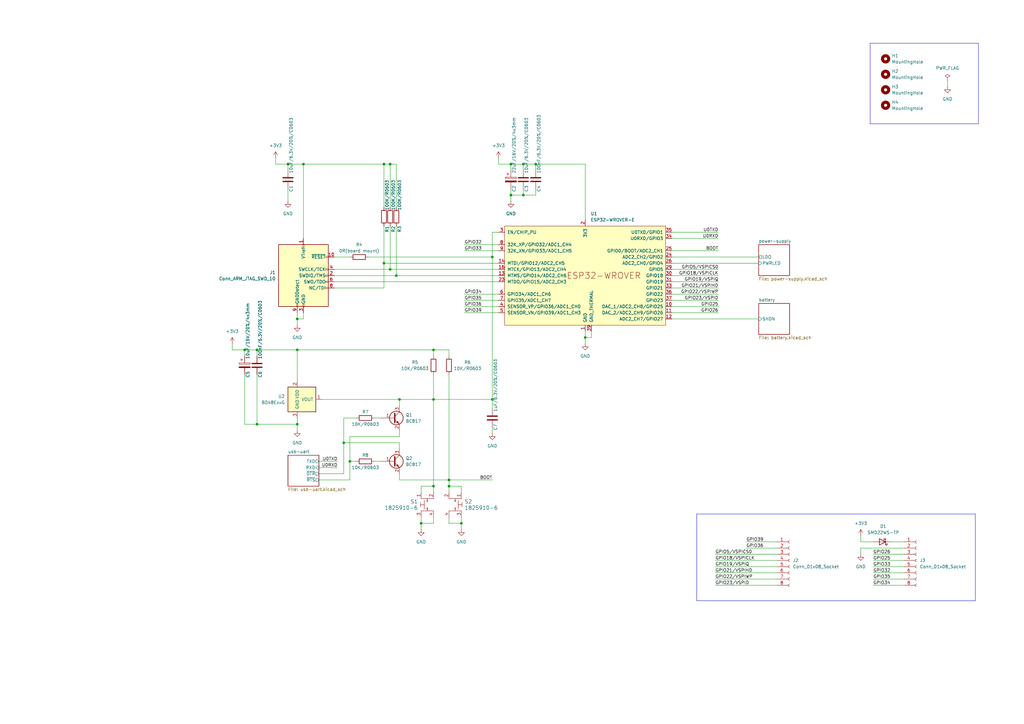
<source format=kicad_sch>
(kicad_sch (version 20231120) (generator "eeschema") (generator_version "8.0")
  (paper "A3")
  (title_block (title "ESP32 embedded application") (date "2024-10-04") (rev "A") (comment 1 "Author: Nicolae-Andrei Vasile") (comment 2 "ESP32 embedded hardware application."))
  (lib_symbols
    (symbol "Connector:Conn_01x08_Socket" (pin_names (offset 1.016) hide)
      (property "Reference" "J" (at 0 10.16 0))
      (property "Value" "Conn_01x08_Socket" (at 0 -12.7 0))
      (symbol "Conn_01x08_Socket_1_1"
        (arc (start 0 -9.652) (mid -0.5058 -10.16) (end 0 -10.668) (stroke (width 0.1524)))
        (arc (start 0 -7.112) (mid -0.5058 -7.62) (end 0 -8.128) (stroke (width 0.1524)))
        (arc (start 0 -4.572) (mid -0.5058 -5.08) (end 0 -5.588) (stroke (width 0.1524)))
        (arc (start 0 -2.032) (mid -0.5058 -2.54) (end 0 -3.048) (stroke (width 0.1524)))
        (polyline (pts (xy -1.27 -10.16) (xy -0.508 -10.16)) (stroke (width 0.1524)))
        (polyline (pts (xy -1.27 -7.62) (xy -0.508 -7.62)) (stroke (width 0.1524)))
        (polyline (pts (xy -1.27 -5.08) (xy -0.508 -5.08)) (stroke (width 0.1524)))
        (polyline (pts (xy -1.27 -2.54) (xy -0.508 -2.54)) (stroke (width 0.1524)))
        (polyline (pts (xy -1.27 0) (xy -0.508 0)) (stroke (width 0.1524)))
        (polyline (pts (xy -1.27 2.54) (xy -0.508 2.54)) (stroke (width 0.1524)))
        (polyline (pts (xy -1.27 5.08) (xy -0.508 5.08)) (stroke (width 0.1524)))
        (polyline (pts (xy -1.27 7.62) (xy -0.508 7.62)) (stroke (width 0.1524)))
        (arc (start 0 0.508) (mid -0.5058 0) (end 0 -0.508) (stroke (width 0.1524)))
        (arc (start 0 3.048) (mid -0.5058 2.54) (end 0 2.032) (stroke (width 0.1524)))
        (arc (start 0 5.588) (mid -0.5058 5.08) (end 0 4.572) (stroke (width 0.1524)))
        (arc (start 0 8.128) (mid -0.5058 7.62) (end 0 7.112) (stroke (width 0.1524)))
        (pin passive line (at -5.08 7.62 0) (length 3.81) (name "Pin_1") (number "1"))
        (pin passive line (at -5.08 5.08 0) (length 3.81) (name "Pin_2") (number "2"))
        (pin passive line (at -5.08 2.54 0) (length 3.81) (name "Pin_3") (number "3"))
        (pin passive line (at -5.08 0 0) (length 3.81) (name "Pin_4") (number "4"))
        (pin passive line (at -5.08 -2.54 0) (length 3.81) (name "Pin_5") (number "5"))
        (pin passive line (at -5.08 -5.08 0) (length 3.81) (name "Pin_6") (number "6"))
        (pin passive line (at -5.08 -7.62 0) (length 3.81) (name "Pin_7") (number "7"))
        (pin passive line (at -5.08 -10.16 0) (length 3.81) (name "Pin_8") (number "8"))
      )
    )
    (symbol "Connector:Conn_ARM_JTAG_SWD_10" (pin_names (offset 1.016))
      (property "Reference" "J" (at -2.54 16.51 0))
      (property "Value" "Conn_ARM_JTAG_SWD_10" (at -2.54 13.97 0))
      (symbol "Conn_ARM_JTAG_SWD_10_0_1"
        (rectangle (start -10.16 12.7) (end 10.16 -12.7) (stroke (width 0.254)) (fill (type background)))
        (rectangle (start -2.794 -12.7) (end -2.286 -11.684))
        (rectangle (start -0.254 -12.7) (end 0.254 -11.684))
        (rectangle (start -0.254 12.7) (end 0.254 11.684))
        (rectangle (start 9.144 2.286) (end 10.16 2.794))
        (rectangle (start 10.16 -2.794) (end 9.144 -2.286))
        (rectangle (start 10.16 -0.254) (end 9.144 0.254))
        (rectangle (start 10.16 7.874) (end 9.144 7.366))
      )
      (symbol "Conn_ARM_JTAG_SWD_10_1_1"
        (rectangle (start 9.144 -5.334) (end 10.16 -4.826))
        (pin power_in line (at 0 15.24 270) (length 2.54) (name "VTref") (number "1"))
        (pin open_collector line (at 12.7 7.62 180) (length 2.54) (name "~{RESET}") (number "10"))
        (pin bidirectional line (at 12.7 0 180) (length 2.54) (name "SWDIO/TMS") (number "2"))
        (pin power_in line (at 0 -15.24 90) (length 2.54) (name "GND") (number "3"))
        (pin output line (at 12.7 2.54 180) (length 2.54) (name "SWCLK/TCK") (number "4"))
        (pin passive line (at 0 -15.24 90) (length 2.54) hide (name "GND") (number "5"))
        (pin input line (at 12.7 -2.54 180) (length 2.54) (name "SWO/TDO") (number "6"))
        (pin no_connect line (at -10.16 0 0) (length 2.54) hide (name "KEY") (number "7"))
        (pin output line (at 12.7 -5.08 180) (length 2.54) (name "NC/TDI") (number "8"))
        (pin passive line (at -2.54 -15.24 90) (length 2.54) (name "GNDDetect") (number "9"))
      )
    )
    (symbol "Device:C" (pin_numbers hide) (pin_names (offset 0.254))
      (property "Reference" "C" (at 0.635 2.54 0))
      (property "Value" "C" (at 0.635 -2.54 0))
      (symbol "C_0_1"
        (polyline (pts (xy -2.032 -0.762) (xy 2.032 -0.762)) (stroke (width 0.508)))
        (polyline (pts (xy -2.032 0.762) (xy 2.032 0.762)) (stroke (width 0.508)))
      )
      (symbol "C_1_1"
        (pin passive line (at 0 3.81 270) (length 2.794) (name "~") (number "1"))
        (pin passive line (at 0 -3.81 90) (length 2.794) (name "~") (number "2"))
      )
    )
    (symbol "Device:C_Polarized" (pin_numbers hide) (pin_names (offset 0.254))
      (property "Reference" "C" (at 0.635 2.54 0))
      (property "Value" "C_Polarized" (at 0.635 -2.54 0))
      (symbol "C_Polarized_0_1"
        (rectangle (start -2.286 0.508) (end 2.286 1.016))
        (polyline (pts (xy -1.778 2.286) (xy -0.762 2.286)))
        (polyline (pts (xy -1.27 2.794) (xy -1.27 1.778)))
        (rectangle (start 2.286 -0.508) (end -2.286 -1.016) (fill (type outline)))
      )
      (symbol "C_Polarized_1_1"
        (pin passive line (at 0 3.81 270) (length 2.794) (name "~") (number "1"))
        (pin passive line (at 0 -3.81 90) (length 2.794) (name "~") (number "2"))
      )
    )
    (symbol "Device:D_Schottky" (pin_numbers hide) (pin_names (offset 1.016) hide)
      (property "Reference" "D" (at 0 2.54 0))
      (property "Value" "D_Schottky" (at 0 -2.54 0))
      (symbol "D_Schottky_0_1"
        (polyline (pts (xy 1.27 0) (xy -1.27 0)))
        (polyline (pts (xy 1.27 1.27) (xy 1.27 -1.27) (xy -1.27 0) (xy 1.27 1.27)) (stroke (width 0.254)))
        (polyline (pts (xy -1.905 0.635) (xy -1.905 1.27) (xy -1.27 1.27) (xy -1.27 -1.27) (xy -0.635 -1.27) (xy -0.635 -0.635)) (stroke (width 0.254)))
      )
      (symbol "D_Schottky_1_1"
        (pin passive line (at -3.81 0 0) (length 2.54) (name "K") (number "1"))
        (pin passive line (at 3.81 0 180) (length 2.54) (name "A") (number "2"))
      )
    )
    (symbol "Device:R" (pin_numbers hide) (pin_names (offset 0))
      (property "Reference" "R" (at 2.032 0 90))
      (property "Value" "R" (at 0 0 90))
      (symbol "R_0_1"
        (rectangle (start -1.016 -2.54) (end 1.016 2.54) (stroke (width 0.254)))
      )
      (symbol "R_1_1"
        (pin passive line (at 0 3.81 270) (length 1.27) (name "~") (number "1"))
        (pin passive line (at 0 -3.81 90) (length 1.27) (name "~") (number "2"))
      )
    )
    (symbol "Espressif:ESP32-WROVER-E" (pin_names (offset 1.016))
      (property "Reference" "U" (at -30.48 25.4 0))
      (property "Value" "ESP32-WROVER-E" (at -30.48 22.86 0))
      (symbol "ESP32-WROVER-E_0_1"
        (rectangle (start -33.02 20.32) (end 33.02 -20.32) (fill (type background)))
      )
      (symbol "ESP32-WROVER-E_1_1"
        (text "ESP32-­WROVER" (at 7.62 0 0) (effects (font (size 2.54 2.54))))
        (pin power_in line (at 0 -22.86 90) (length 2.54) (name "GND") (number "1"))
        (pin bidirectional line (at 35.56 -12.7 180) (length 2.54) (name "DAC_1/ADC2_CH8/GPIO25") (number "10"))
        (pin bidirectional line (at 35.56 -15.24 180) (length 2.54) (name "DAC_2/ADC2_CH9/GPIO26") (number "11"))
        (pin bidirectional line (at 35.56 -17.78 180) (length 2.54) (name "ADC2_CH7/GPIO27") (number "12"))
        (pin bidirectional line (at -35.56 0 0) (length 2.54) (name "MTMS/GPIO14/ADC2_CH6") (number "13"))
        (pin bidirectional line (at -35.56 5.08 0) (length 2.54) (name "MTDI/GPIO12/ADC2_CH5") (number "14"))
        (pin passive line (at 0 -22.86 90) (length 2.54) hide (name "GND") (number "15"))
        (pin bidirectional line (at -35.56 2.54 0) (length 2.54) (name "MTCK/GPIO13/ADC2_CH4") (number "16"))
        (pin power_in line (at 0 22.86 270) (length 2.54) (name "3V3") (number "2"))
        (pin bidirectional line (at -35.56 -2.54 0) (length 2.54) (name "MTDO/GPIO15/ADC2_CH3") (number "23"))
        (pin bidirectional line (at 35.56 7.62 180) (length 2.54) (name "ADC2_CH2/GPIO2") (number "24"))
        (pin bidirectional line (at 35.56 10.16 180) (length 2.54) (name "GPIO0/BOOT/ADC2_CH1") (number "25"))
        (pin bidirectional line (at 35.56 5.08 180) (length 2.54) (name "ADC2_CH0/GPIO4") (number "26"))
        (pin bidirectional line (at 35.56 2.54 180) (length 2.54) (name "GPIO5") (number "29"))
        (pin input line (at -35.56 17.78 0) (length 2.54) (name "EN/CHIP_PU") (number "3"))
        (pin bidirectional line (at 35.56 0 180) (length 2.54) (name "GPIO18") (number "30"))
        (pin bidirectional line (at 35.56 -2.54 180) (length 2.54) (name "GPIO19") (number "31"))
        (pin bidirectional line (at 35.56 -5.08 180) (length 2.54) (name "GPIO21") (number "33"))
        (pin bidirectional line (at 35.56 15.24 180) (length 2.54) (name "U0RXD/GPIO3") (number "34"))
        (pin bidirectional line (at 35.56 17.78 180) (length 2.54) (name "U0TXD/GPIO1") (number "35"))
        (pin bidirectional line (at 35.56 -7.62 180) (length 2.54) (name "GPIO22") (number "36"))
        (pin bidirectional line (at 35.56 -10.16 180) (length 2.54) (name "GPIO23") (number "37"))
        (pin passive line (at 0 -22.86 90) (length 2.54) hide (name "GND") (number "38"))
        (pin power_in line (at 2.54 -22.86 90) (length 2.54) (name "GND_THERMAL") (number "39"))
        (pin input line (at -35.56 -12.7 0) (length 2.54) (name "SENSOR_VP/GPIO36/ADC1_CH0") (number "4"))
        (pin input line (at -35.56 -15.24 0) (length 2.54) (name "SENSOR_VN/GPIO39/ADC1_CH3") (number "5"))
        (pin input line (at -35.56 -7.62 0) (length 2.54) (name "GPIO34/ADC1_CH6") (number "6"))
        (pin input line (at -35.56 -10.16 0) (length 2.54) (name "GPIO35/ADC1_CH7") (number "7"))
        (pin bidirectional line (at -35.56 12.7 0) (length 2.54) (name "32K_XP/GPIO32/ADC1_CH4") (number "8"))
        (pin bidirectional line (at -35.56 10.16 0) (length 2.54) (name "32K_XN/GPIO33/ADC1_CH5") (number "9"))
      )
    )
    (symbol "Mechanical:MountingHole" (pin_names (offset 1.016)) (exclude_from_sim yes) (in_bom no)
      (property "Reference" "H" (at 0 5.08 0))
      (property "Value" "MountingHole" (at 0 3.175 0))
      (symbol "MountingHole_0_1"
        (circle (center 0 0) (radius 1.27) (stroke (width 1.27)))
      )
    )
    (symbol "Power_Management:BD48ExxG" (pin_names (offset 1.016))
      (property "Reference" "U" (at -3.81 6.35 0))
      (property "Value" "BD48ExxG" (at -5.08 0 90))
      (symbol "BD48ExxG_1_1"
        (rectangle (start -3.81 5.08) (end 7.62 -5.08) (stroke (width 0.254)) (fill (type background)))
        (pin output line (at 10.16 0 180) (length 2.54) (name "VOUT") (number "1"))
        (pin power_in line (at 0 7.62 270) (length 2.54) (name "VDD") (number "2"))
        (pin power_in line (at 0 -7.62 90) (length 2.54) (name "GND") (number "3"))
      )
    )
    (symbol "Transistor_BJT:BC817" (pin_names (offset 0) hide)
      (property "Reference" "Q" (at 5.08 1.905 0))
      (property "Value" "BC817" (at 5.08 0 0))
      (symbol "BC817_0_1"
        (polyline (pts (xy 0.635 0.635) (xy 2.54 2.54)))
        (polyline (pts (xy 0.635 -0.635) (xy 2.54 -2.54) (xy 2.54 -2.54)))
        (polyline (pts (xy 0.635 1.905) (xy 0.635 -1.905) (xy 0.635 -1.905)) (stroke (width 0.508)))
        (polyline (pts (xy 1.27 -1.778) (xy 1.778 -1.27) (xy 2.286 -2.286) (xy 1.27 -1.778) (xy 1.27 -1.778)) (fill (type outline)))
        (circle (center 1.27 0) (radius 2.8194) (stroke (width 0.254)))
      )
      (symbol "BC817_1_1"
        (pin input line (at -5.08 0 0) (length 5.715) (name "B") (number "1"))
        (pin passive line (at 2.54 -5.08 90) (length 2.54) (name "E") (number "2"))
        (pin passive line (at 2.54 5.08 270) (length 2.54) (name "C") (number "3"))
      )
    )
    (symbol "dk_Tactile-Switches:1825910-6" (pin_names (offset 1.016))
      (property "Reference" "S" (at 0 4.572 0))
      (property "Value" "1825910-6" (at 0.127 -5.08 0))
      (symbol "1825910-6_0_1"
        (circle (center -1.524 0) (radius 0.254))
        (polyline (pts (xy -2.54 2.54) (xy -2.54 -2.54)))
        (polyline (pts (xy -1.778 0) (xy -2.54 0)))
        (polyline (pts (xy -1.778 1.27) (xy 1.778 1.27)))
        (polyline (pts (xy 2.54 -2.54) (xy 2.54 2.54)))
        (polyline (pts (xy 2.54 0) (xy 1.778 0)))
        (circle (center 1.524 0) (radius 0.254))
      )
      (symbol "1825910-6_1_1"
        (polyline (pts (xy -1.016 2.794) (xy 0.889 2.794)))
        (polyline (pts (xy 0 2.794) (xy 0 1.27)))
        (pin passive line (at -5.08 2.54 0) (length 2.54) (name "~") (number "1"))
        (pin passive line (at -5.08 -2.54 0) (length 2.54) (name "~") (number "2"))
        (pin passive line (at 5.08 2.54 180) (length 2.54) (name "~") (number "3"))
        (pin passive line (at 5.08 -2.54 180) (length 2.54) (name "~") (number "4"))
      )
    )
    (symbol "power:+3V3" (power) (pin_numbers hide) (pin_names (offset 0) hide)
      (property "Value" "+3V3" (at 0 3.556 0))
      (symbol "+3V3_0_1"
        (polyline (pts (xy -0.762 1.27) (xy 0 2.54)))
        (polyline (pts (xy 0 0) (xy 0 2.54)))
        (polyline (pts (xy 0 2.54) (xy 0.762 1.27)))
      )
      (symbol "+3V3_1_1"
        (pin power_in line (at 0 0 90) (length 0) (name "~") (number "1"))
      )
    )
    (symbol "power:GND" (power) (pin_numbers hide) (pin_names (offset 0) hide)
      (property "Value" "GND" (at 0 -3.81 0))
      (symbol "GND_0_1"
        (polyline (pts (xy 0 0) (xy 0 -1.27) (xy 1.27 -1.27) (xy 0 -2.54) (xy -1.27 -1.27) (xy 0 -1.27)))
      )
      (symbol "GND_1_1"
        (pin power_in line (at 0 0 270) (length 0) (name "~") (number "1"))
      )
    )
    (symbol "power:PWR_FLAG" (power) (pin_numbers hide) (pin_names (offset 0) hide)
      (property "Value" "PWR_FLAG" (at 0 3.81 0))
      (symbol "PWR_FLAG_0_0"
        (pin power_out line (at 0 0 90) (length 0) (name "~") (number "1"))
      )
      (symbol "PWR_FLAG_0_1"
        (polyline (pts (xy 0 0) (xy 0 1.27) (xy -1.016 1.905) (xy 0 2.54) (xy 1.016 1.905) (xy 0 1.27)))
      )
    )
  )
  (junction (at 163.83 163.83))
  (junction (at 143.51 189.23))
  (junction (at 214.63 67.31))
  (junction (at 184.15 196.85))
  (junction (at 177.8 163.83))
  (junction (at 162.56 113.03))
  (junction (at 100.33 143.51))
  (junction (at 124.46 67.31))
  (junction (at 121.92 143.51))
  (junction (at 105.41 173.99))
  (junction (at 214.63 80.01))
  (junction (at 172.72 214.63))
  (junction (at 121.92 173.99))
  (junction (at 157.48 107.95))
  (junction (at 209.55 80.01))
  (junction (at 140.97 181.61))
  (junction (at 184.15 199.39))
  (junction (at 160.02 110.49))
  (junction (at 189.23 214.63))
  (junction (at 209.55 67.31))
  (junction (at 160.02 67.31))
  (junction (at 201.93 105.41))
  (junction (at 121.92 130.81))
  (junction (at 219.71 67.31))
  (junction (at 177.8 143.51))
  (junction (at 105.41 143.51))
  (junction (at 177.8 199.39))
  (junction (at 157.48 67.31))
  (junction (at 118.11 67.31))
  (junction (at 240.03 138.43))
  (junction (at 201.93 163.83))
  (polyline (pts (xy 285.75 210.82) (xy 285.75 246.38)))
  (wire (pts (xy 275.59 102.87) (xy 294.64 102.87)))
  (wire (pts (xy 140.97 181.61) (xy 140.97 194.31)))
  (wire (pts (xy 184.15 143.51) (xy 184.15 146.05)))
  (wire (pts (xy 201.93 95.25) (xy 201.93 105.41)))
  (wire (pts (xy 275.59 130.81) (xy 311.15 130.81)))
  (wire (pts (xy 240.03 67.31) (xy 240.03 90.17)))
  (wire (pts (xy 124.46 67.31) (xy 124.46 97.79)))
  (wire (pts (xy 177.8 163.83) (xy 177.8 199.39)))
  (wire (pts (xy 190.5 100.33) (xy 204.47 100.33)))
  (wire (pts (xy 151.13 105.41) (xy 201.93 105.41)))
  (polyline (pts (xy 356.87 17.78) (xy 401.32 17.78)))
  (wire (pts (xy 240.03 138.43) (xy 242.57 138.43)))
  (wire (pts (xy 143.51 179.07) (xy 163.83 179.07)))
  (wire (pts (xy 157.48 107.95) (xy 157.48 118.11)))
  (wire (pts (xy 105.41 143.51) (xy 121.92 143.51)))
  (wire (pts (xy 137.16 105.41) (xy 143.51 105.41)))
  (wire (pts (xy 163.83 179.07) (xy 163.83 176.53)))
  (wire (pts (xy 121.92 130.81) (xy 124.46 130.81)))
  (wire (pts (xy 201.93 163.83) (xy 201.93 167.64)))
  (wire (pts (xy 275.59 123.19) (xy 294.64 123.19)))
  (wire (pts (xy 121.92 128.27) (xy 121.92 130.81)))
  (polyline (pts (xy 356.87 50.8) (xy 401.32 50.8)))
  (wire (pts (xy 177.8 143.51) (xy 184.15 143.51)))
  (wire (pts (xy 219.71 77.47) (xy 219.71 80.01)))
  (wire (pts (xy 184.15 212.09) (xy 184.15 214.63)))
  (wire (pts (xy 293.37 232.41) (xy 318.77 232.41)))
  (wire (pts (xy 275.59 115.57) (xy 294.64 115.57)))
  (wire (pts (xy 275.59 118.11) (xy 294.64 118.11)))
  (wire (pts (xy 162.56 113.03) (xy 204.47 113.03)))
  (wire (pts (xy 201.93 175.26) (xy 201.93 177.8)))
  (wire (pts (xy 157.48 118.11) (xy 137.16 118.11)))
  (wire (pts (xy 105.41 153.67) (xy 105.41 173.99)))
  (wire (pts (xy 353.06 222.25) (xy 353.06 219.71)))
  (wire (pts (xy 190.5 120.65) (xy 204.47 120.65)))
  (wire (pts (xy 121.92 130.81) (xy 121.92 133.35)))
  (wire (pts (xy 105.41 173.99) (xy 121.92 173.99)))
  (wire (pts (xy 146.05 189.23) (xy 143.51 189.23)))
  (wire (pts (xy 358.14 240.03) (xy 370.84 240.03)))
  (wire (pts (xy 190.5 123.19) (xy 204.47 123.19)))
  (wire (pts (xy 275.59 97.79) (xy 294.64 97.79)))
  (wire (pts (xy 275.59 120.65) (xy 294.64 120.65)))
  (wire (pts (xy 121.92 143.51) (xy 177.8 143.51)))
  (polyline (pts (xy 356.87 17.78) (xy 356.87 50.8)))
  (wire (pts (xy 306.07 222.25) (xy 318.77 222.25)))
  (wire (pts (xy 306.07 224.79) (xy 318.77 224.79)))
  (wire (pts (xy 240.03 138.43) (xy 240.03 140.97)))
  (wire (pts (xy 163.83 196.85) (xy 184.15 196.85)))
  (wire (pts (xy 137.16 113.03) (xy 162.56 113.03)))
  (wire (pts (xy 293.37 237.49) (xy 318.77 237.49)))
  (wire (pts (xy 130.81 196.85) (xy 143.51 196.85)))
  (wire (pts (xy 365.76 222.25) (xy 370.84 222.25)))
  (wire (pts (xy 100.33 146.05) (xy 100.33 143.51)))
  (wire (pts (xy 184.15 196.85) (xy 201.93 196.85)))
  (wire (pts (xy 137.16 110.49) (xy 160.02 110.49)))
  (polyline (pts (xy 401.32 50.8) (xy 401.32 17.78)))
  (wire (pts (xy 163.83 163.83) (xy 163.83 166.37)))
  (wire (pts (xy 177.8 212.09) (xy 177.8 214.63)))
  (wire (pts (xy 190.5 128.27) (xy 204.47 128.27)))
  (wire (pts (xy 204.47 67.31) (xy 209.55 67.31)))
  (wire (pts (xy 204.47 64.77) (xy 204.47 67.31)))
  (wire (pts (xy 121.92 173.99) (xy 121.92 176.53)))
  (wire (pts (xy 353.06 224.79) (xy 370.84 224.79)))
  (wire (pts (xy 275.59 105.41) (xy 311.15 105.41)))
  (wire (pts (xy 293.37 240.03) (xy 318.77 240.03)))
  (wire (pts (xy 172.72 214.63) (xy 172.72 217.17)))
  (wire (pts (xy 189.23 199.39) (xy 184.15 199.39)))
  (wire (pts (xy 275.59 113.03) (xy 294.64 113.03)))
  (wire (pts (xy 358.14 237.49) (xy 370.84 237.49)))
  (wire (pts (xy 214.63 77.47) (xy 214.63 80.01)))
  (wire (pts (xy 118.11 67.31) (xy 113.03 67.31)))
  (wire (pts (xy 157.48 107.95) (xy 204.47 107.95)))
  (wire (pts (xy 184.15 199.39) (xy 184.15 201.93)))
  (wire (pts (xy 160.02 67.31) (xy 162.56 67.31)))
  (wire (pts (xy 157.48 67.31) (xy 160.02 67.31)))
  (wire (pts (xy 219.71 67.31) (xy 219.71 69.85)))
  (wire (pts (xy 124.46 67.31) (xy 157.48 67.31)))
  (wire (pts (xy 177.8 201.93) (xy 177.8 199.39)))
  (wire (pts (xy 137.16 115.57) (xy 204.47 115.57)))
  (wire (pts (xy 157.48 107.95) (xy 157.48 92.71)))
  (wire (pts (xy 209.55 80.01) (xy 209.55 82.55)))
  (wire (pts (xy 124.46 128.27) (xy 124.46 130.81)))
  (wire (pts (xy 163.83 184.15) (xy 163.83 181.61)))
  (wire (pts (xy 121.92 173.99) (xy 121.92 171.45)))
  (wire (pts (xy 95.25 143.51) (xy 100.33 143.51)))
  (wire (pts (xy 100.33 153.67) (xy 100.33 173.99)))
  (wire (pts (xy 130.81 191.77) (xy 138.43 191.77)))
  (wire (pts (xy 121.92 143.51) (xy 121.92 156.21)))
  (wire (pts (xy 100.33 173.99) (xy 105.41 173.99)))
  (wire (pts (xy 184.15 153.67) (xy 184.15 196.85)))
  (wire (pts (xy 275.59 95.25) (xy 294.64 95.25)))
  (wire (pts (xy 190.5 102.87) (xy 204.47 102.87)))
  (wire (pts (xy 124.46 67.31) (xy 118.11 67.31)))
  (wire (pts (xy 184.15 196.85) (xy 184.15 199.39)))
  (wire (pts (xy 140.97 171.45) (xy 146.05 171.45)))
  (wire (pts (xy 172.72 199.39) (xy 172.72 201.93)))
  (wire (pts (xy 163.83 163.83) (xy 177.8 163.83)))
  (wire (pts (xy 388.62 33.02) (xy 388.62 35.56)))
  (wire (pts (xy 130.81 194.31) (xy 140.97 194.31)))
  (wire (pts (xy 113.03 64.77) (xy 113.03 67.31)))
  (wire (pts (xy 189.23 201.93) (xy 189.23 199.39)))
  (wire (pts (xy 160.02 110.49) (xy 204.47 110.49)))
  (wire (pts (xy 177.8 143.51) (xy 177.8 146.05)))
  (wire (pts (xy 143.51 189.23) (xy 143.51 196.85)))
  (wire (pts (xy 293.37 227.33) (xy 318.77 227.33)))
  (wire (pts (xy 293.37 229.87) (xy 318.77 229.87)))
  (wire (pts (xy 140.97 171.45) (xy 140.97 181.61)))
  (wire (pts (xy 132.08 163.83) (xy 163.83 163.83)))
  (wire (pts (xy 275.59 128.27) (xy 294.64 128.27)))
  (wire (pts (xy 201.93 105.41) (xy 201.93 163.83)))
  (wire (pts (xy 163.83 181.61) (xy 140.97 181.61)))
  (wire (pts (xy 275.59 125.73) (xy 294.64 125.73)))
  (wire (pts (xy 172.72 212.09) (xy 172.72 214.63)))
  (wire (pts (xy 209.55 77.47) (xy 209.55 80.01)))
  (wire (pts (xy 358.14 234.95) (xy 370.84 234.95)))
  (wire (pts (xy 358.14 229.87) (xy 370.84 229.87)))
  (wire (pts (xy 95.25 140.97) (xy 95.25 143.51)))
  (wire (pts (xy 219.71 67.31) (xy 240.03 67.31)))
  (wire (pts (xy 209.55 67.31) (xy 214.63 67.31)))
  (wire (pts (xy 293.37 234.95) (xy 318.77 234.95)))
  (polyline (pts (xy 400.05 210.82) (xy 400.05 246.38)))
  (wire (pts (xy 358.14 232.41) (xy 370.84 232.41)))
  (wire (pts (xy 130.81 189.23) (xy 138.43 189.23)))
  (wire (pts (xy 163.83 194.31) (xy 163.83 196.85)))
  (wire (pts (xy 153.67 171.45) (xy 156.21 171.45)))
  (wire (pts (xy 118.11 67.31) (xy 118.11 69.85)))
  (wire (pts (xy 162.56 92.71) (xy 162.56 113.03)))
  (polyline (pts (xy 285.75 210.82) (xy 400.05 210.82)))
  (wire (pts (xy 189.23 212.09) (xy 189.23 214.63)))
  (wire (pts (xy 275.59 110.49) (xy 294.64 110.49)))
  (wire (pts (xy 209.55 67.31) (xy 209.55 69.85)))
  (wire (pts (xy 242.57 135.89) (xy 242.57 138.43)))
  (wire (pts (xy 189.23 214.63) (xy 184.15 214.63)))
  (wire (pts (xy 353.06 224.79) (xy 353.06 227.33)))
  (wire (pts (xy 100.33 143.51) (xy 105.41 143.51)))
  (wire (pts (xy 353.06 222.25) (xy 358.14 222.25)))
  (wire (pts (xy 172.72 199.39) (xy 177.8 199.39)))
  (wire (pts (xy 118.11 82.55) (xy 118.11 77.47)))
  (wire (pts (xy 162.56 67.31) (xy 162.56 85.09)))
  (wire (pts (xy 189.23 214.63) (xy 189.23 217.17)))
  (wire (pts (xy 190.5 125.73) (xy 204.47 125.73)))
  (wire (pts (xy 172.72 214.63) (xy 177.8 214.63)))
  (wire (pts (xy 160.02 92.71) (xy 160.02 110.49)))
  (wire (pts (xy 105.41 146.05) (xy 105.41 143.51)))
  (wire (pts (xy 219.71 80.01) (xy 214.63 80.01)))
  (wire (pts (xy 177.8 163.83) (xy 201.93 163.83)))
  (wire (pts (xy 143.51 179.07) (xy 143.51 189.23)))
  (wire (pts (xy 160.02 67.31) (xy 160.02 85.09)))
  (wire (pts (xy 275.59 107.95) (xy 311.15 107.95)))
  (wire (pts (xy 177.8 153.67) (xy 177.8 163.83)))
  (wire (pts (xy 214.63 67.31) (xy 219.71 67.31)))
  (wire (pts (xy 201.93 95.25) (xy 204.47 95.25)))
  (polyline (pts (xy 400.05 246.38) (xy 285.75 246.38)))
  (wire (pts (xy 214.63 67.31) (xy 214.63 69.85)))
  (wire (pts (xy 153.67 189.23) (xy 156.21 189.23)))
  (wire (pts (xy 240.03 135.89) (xy 240.03 138.43)))
  (wire (pts (xy 157.48 67.31) (xy 157.48 85.09)))
  (wire (pts (xy 214.63 80.01) (xy 209.55 80.01)))
  (wire (pts (xy 358.14 227.33) (xy 370.84 227.33)))
  (label "GPIO32" (at 190.5 100.33 0))
  (label "GPIO39" (at 190.5 128.27 0))
  (label "GPIO26" (at 358.14 227.33 0))
  (label "GPIO35" (at 358.14 237.49 0))
  (label "U0TXD" (at 294.64 95.25 180))
  (label "BOOT" (at 201.93 196.85 180))
  (label "GPIO5{slash}VSPICS0" (at 293.37 227.33 0))
  (label "GPIO25" (at 294.64 125.73 180))
  (label "GPIO18{slash}VSPICLK" (at 294.64 113.03 180))
  (label "GPIO25" (at 358.14 229.87 0))
  (label "GPIO23{slash}VSPID" (at 293.37 240.03 0))
  (label "GPIO34" (at 358.14 240.03 0))
  (label "GPIO19{slash}VSPIQ" (at 294.64 115.57 180))
  (label "GPIO18{slash}VSPICLK" (at 293.37 229.87 0))
  (label "GPIO36" (at 306.07 224.79 0))
  (label "GPIO34" (at 190.5 120.65 0))
  (label "GPIO39" (at 306.07 222.25 0))
  (label "GPIO23{slash}VSPID" (at 294.64 123.19 180))
  (label "GPIO36" (at 190.5 125.73 0))
  (label "GPIO35" (at 190.5 123.19 0))
  (label "GPIO21{slash}VSPIHD" (at 294.64 118.11 180))
  (label "GPIO19{slash}VSPIQ" (at 293.37 232.41 0))
  (label "GPIO21{slash}VSPIHD" (at 293.37 234.95 0))
  (label "BOOT" (at 294.64 102.87 180))
  (label "GPIO26" (at 294.64 128.27 180))
  (label "GPIO32" (at 358.14 234.95 0))
  (label "U0RXD" (at 138.43 191.77 180))
  (label "GPIO33" (at 358.14 232.41 0))
  (label "GPIO22{slash}VSPIWP" (at 294.64 120.65 180))
  (label "U0RXD" (at 294.64 97.79 180))
  (label "GPIO22{slash}VSPIWP" (at 293.37 237.49 0))
  (label "GPIO5{slash}VSPICS0" (at 294.64 110.49 180))
  (label "U0TXD" (at 138.43 189.23 180))
  (label "GPIO33" (at 190.5 102.87 0))
  (symbol (lib_id "power:GND") (at 189.23 217.17 0) (unit 1)
    (property "Reference" "#PWR012" (effects (hide yes)))
    (property "Value" "GND" (at 189.23 222.25 0))
    (property "Description" "Power symbol creates a global label with name \"GND\" , ground" (effects (hide yes)))
  )
  (symbol (lib_id "Device:C_Polarized") (at 209.55 73.66 0) (unit 1)
    (property "Reference" "C2" (at 210.82 78.74 90) (effects (justify left)))
    (property "Value" "22uF/16V/20%/4x3mm" (at 210.82 71.12 90) (effects (justify left)))
    (property "Footprint" "Capacitor_SMD:CP_Elec_4x3" (effects (hide yes)))
    (property "Description" "Polarized capacitor" (effects (hide yes)))
  )
  (symbol (lib_id "Transistor_BJT:BC817") (at 161.29 189.23 0) (unit 1)
    (property "Reference" "Q2" (at 166.37 187.9599 0) (effects (justify left)))
    (property "Value" "BC817" (at 166.37 190.4999 0) (effects (justify left)))
    (property "Footprint" "Package_TO_SOT_SMD:SOT-23" (effects (hide yes)))
    (property "Datasheet" "https://www.onsemi.com/pub/Collateral/BC818-D.pdf" (effects (hide yes)))
    (property "Description" "0.8A Ic, 45V Vce, NPN Transistor, SOT-23" (effects (hide yes)))
  )
  (symbol (lib_id "power:GND") (at 118.11 82.55 0) (unit 1)
    (property "Reference" "#PWR04" (effects (hide yes)))
    (property "Value" "GND" (at 118.11 87.63 0))
    (property "Description" "Power symbol creates a global label with name \"GND\" , ground" (effects (hide yes)))
  )
  (symbol (lib_id "power:+3V3") (at 204.47 64.77 0) (unit 1)
    (property "Reference" "#PWR03" (effects (hide yes)))
    (property "Value" "+3V3" (at 204.47 59.69 0))
    (property "Description" "Power symbol creates a global label with name \"+3V3\"" (effects (hide yes)))
  )
  (symbol (lib_id "Device:R") (at 160.02 88.9 180) (unit 1)
    (property "Reference" "R2" (at 161.29 93.98 90))
    (property "Value" "100K/R0603" (at 161.29 80.01 90))
    (property "Footprint" "Resistor_SMD:R_0603_1608Metric_Pad0.98x0.95mm_HandSolder" (effects (hide yes)))
    (property "Description" "Resistor" (effects (hide yes)))
  )
  (symbol (lib_id "power:GND") (at 388.62 35.56 0) (unit 1)
    (property "Reference" "#PWR01" (effects (hide yes)))
    (property "Value" "GND" (at 388.62 40.64 0))
    (property "Description" "Power symbol creates a global label with name \"GND\" , ground" (effects (hide yes)))
  )
  (symbol (lib_id "Device:R") (at 184.15 149.86 0) (unit 1)
    (property "Reference" "R6" (at 191.77 148.59 0))
    (property "Value" "10K/R0603" (at 191.77 151.13 0))
    (property "Footprint" "Resistor_SMD:R_0603_1608Metric_Pad0.98x0.95mm_HandSolder" (effects (hide yes)))
    (property "Description" "Resistor" (effects (hide yes)))
  )
  (symbol (lib_id "Mechanical:MountingHole") (at 363.22 30.48 0) (unit 1) (exclude_from_sim yes) (in_bom no)
    (property "Reference" "H2" (at 365.76 29.2099 0) (effects (justify left)))
    (property "Value" "MountingHole" (at 365.76 31.7499 0) (effects (justify left)))
    (property "Footprint" "MountingHole:MountingHole_3.2mm_M3" (effects (hide yes)))
    (property "Description" "Mounting Hole without connection" (effects (hide yes)))
  )
  (symbol (lib_id "Mechanical:MountingHole") (at 363.22 24.13 0) (unit 1) (exclude_from_sim yes) (in_bom no)
    (property "Reference" "H1" (at 365.76 22.8599 0) (effects (justify left)))
    (property "Value" "MountingHole" (at 365.76 25.3999 0) (effects (justify left)))
    (property "Footprint" "MountingHole:MountingHole_3.2mm_M3" (effects (hide yes)))
    (property "Description" "Mounting Hole without connection" (effects (hide yes)))
  )
  (symbol (lib_id "power:GND") (at 353.06 227.33 0) (unit 1)
    (property "Reference" "#PWR014" (effects (hide yes)))
    (property "Value" "GND" (at 353.06 232.41 0))
    (property "Description" "Power symbol creates a global label with name \"GND\" , ground" (effects (hide yes)))
  )
  (symbol (lib_id "dk_Tactile-Switches:1825910-6") (at 186.69 207.01 270) (unit 1)
    (property "Reference" "S2" (at 190.5 205.7399 90) (effects (font (size 1.524 1.524)) (justify left)))
    (property "Value" "1825910-6" (at 190.5 208.2799 90) (effects (font (size 1.524 1.524)) (justify left)))
    (property "Footprint" "digikey-footprints:Switch_Tactile_THT_6x6mm" (effects (hide yes)))
    (property "Datasheet" "https://www.te.com/commerce/DocumentDelivery/DDEController?Action=srchrtrv&DocNm=1825910&DocType=Customer+Drawing&DocLang=English" (effects (hide yes)))
    (property "Description" "SWITCH TACTILE SPST-NO 0.05A 24V" (effects (hide yes)))
    (property "Digi-Key_PN" "450-1650-ND" (effects (hide yes)))
    (property "MPN" "1825910-6" (effects (hide yes)))
    (property "Category" "Switches" (effects (hide yes)))
    (property "Family" "Tactile Switches" (effects (hide yes)))
    (property "DK_Datasheet_Link" "https://www.te.com/commerce/DocumentDelivery/DDEController?Action=srchrtrv&DocNm=1825910&DocType=Customer+Drawing&DocLang=English" (effects (hide yes)))
    (property "DK_Detail_Page" "/product-detail/en/te-connectivity-alcoswitch-switches/1825910-6/450-1650-ND/1632536" (effects (hide yes)))
    (property "Description_1" "SWITCH TACTILE SPST-NO 0.05A 24V" (effects (hide yes)))
    (property "Manufacturer" "TE Connectivity ALCOSWITCH Switches" (effects (hide yes)))
    (property "Status" "Active" (effects (hide yes)))
  )
  (symbol (lib_id "Mechanical:MountingHole") (at 363.22 36.83 0) (unit 1) (exclude_from_sim yes) (in_bom no)
    (property "Reference" "H3" (at 365.76 35.5599 0) (effects (justify left)))
    (property "Value" "MountingHole" (at 365.76 38.0999 0) (effects (justify left)))
    (property "Footprint" "MountingHole:MountingHole_3.2mm_M3" (effects (hide yes)))
    (property "Description" "Mounting Hole without connection" (effects (hide yes)))
  )
  (symbol (lib_id "Mechanical:MountingHole") (at 363.22 43.18 0) (unit 1) (exclude_from_sim yes) (in_bom no)
    (property "Reference" "H4" (at 365.76 41.9099 0) (effects (justify left)))
    (property "Value" "MountingHole" (at 365.76 44.4499 0) (effects (justify left)))
    (property "Footprint" "MountingHole:MountingHole_3.2mm_M3" (effects (hide yes)))
    (property "Description" "Mounting Hole without connection" (effects (hide yes)))
  )
  (symbol (lib_id "Device:C_Polarized") (at 100.33 149.86 0) (unit 1)
    (property "Reference" "C5" (at 101.6 154.94 90) (effects (justify left)))
    (property "Value" "10uF/16V/20%/4x3mm" (at 101.6 147.32 90) (effects (justify left)))
    (property "Footprint" "Capacitor_SMD:CP_Elec_4x3" (effects (hide yes)))
    (property "Description" "Polarized capacitor" (effects (hide yes)))
  )
  (symbol (lib_id "power:GND") (at 240.03 140.97 0) (unit 1)
    (property "Reference" "#PWR08" (effects (hide yes)))
    (property "Value" "GND" (at 240.03 146.05 0))
    (property "Description" "Power symbol creates a global label with name \"GND\" , ground" (effects (hide yes)))
  )
  (symbol (lib_id "Device:C") (at 201.93 171.45 0) (unit 1)
    (property "Reference" "C7" (at 203.2 176.53 90) (effects (justify left)))
    (property "Value" "1uF/6.3V/20%/C0603" (at 203.2 168.91 90) (effects (justify left)))
    (property "Footprint" "Capacitor_SMD:C_0603_1608Metric_Pad1.08x0.95mm_HandSolder" (effects (hide yes)))
    (property "Description" "Unpolarized capacitor" (effects (hide yes)))
  )
  (symbol (lib_id "power:GND") (at 209.55 82.55 0) (unit 1)
    (property "Reference" "#PWR05" (effects (hide yes)))
    (property "Value" "GND" (at 209.55 87.63 0))
    (property "Description" "Power symbol creates a global label with name \"GND\" , ground" (effects (hide yes)))
  )
  (symbol (lib_id "power:GND") (at 201.93 177.8 0) (unit 1)
    (property "Reference" "#PWR010" (effects (hide yes)))
    (property "Value" "GND" (at 201.93 182.88 0))
    (property "Description" "Power symbol creates a global label with name \"GND\" , ground" (effects (hide yes)))
  )
  (symbol (lib_id "power:GND") (at 172.72 217.17 0) (unit 1)
    (property "Reference" "#PWR011" (effects (hide yes)))
    (property "Value" "GND" (at 172.72 222.25 0))
    (property "Description" "Power symbol creates a global label with name \"GND\" , ground" (effects (hide yes)))
  )
  (symbol (lib_id "Device:R") (at 157.48 88.9 180) (unit 1)
    (property "Reference" "R1" (at 158.75 93.98 90))
    (property "Value" "100K/R0603" (at 158.75 80.01 90))
    (property "Footprint" "Resistor_SMD:R_0603_1608Metric_Pad0.98x0.95mm_HandSolder" (effects (hide yes)))
    (property "Description" "Resistor" (effects (hide yes)))
  )
  (symbol (lib_id "Power_Management:BD48ExxG") (at 121.92 163.83 0) (unit 1)
    (property "Reference" "U2" (at 116.84 162.5599 0) (effects (justify right)))
    (property "Value" "BD48ExxG" (at 116.84 165.0999 0) (effects (justify right)))
    (property "Footprint" "Package_TO_SOT_SMD:SOT-23-5" (effects (hide yes)))
    (property "Datasheet" "https://www.rohm.de/datasheet/BD4830FVE/bd48xxg-e" (effects (hide yes)))
    (property "Description" "Standard CMOS Voltage Detector IC, Open Drain Output, SSOP5" (effects (hide yes)))
  )
  (symbol (lib_id "Espressif:ESP32-WROVER-E") (at 240.03 113.03 0) (unit 1)
    (property "Reference" "U1" (at 242.2241 87.63 0) (effects (justify left)))
    (property "Value" "ESP32-WROVER-E" (at 242.2241 90.17 0) (effects (justify left)))
    (property "Footprint" "Espressif:ESP32-WROVER-E" (effects (hide yes)))
    (property "Datasheet" "https://www.espressif.com/sites/default/files/documentation/esp32-wrover-e_esp32-wrover-ie_datasheet_en.pdf" (effects (hide yes)))
    (property "Description" "ESP32-WROVER-E and ESP32-WROVER-IE are two powerful, generic WiFi-BT-BLE MCU modules that target a wide variety of applications, ranging from low-power sensor networks to the most demanding tasks, such as voice encoding, music streaming and MP3 decoding. ESP32-WROVER-E comes with a PCB antenna, and ESP32-WROVER-IE with an IPEX antenna. They both featurea 4 MB external SPI flash and an additional 8 MB SPI Pseudo static RAM (PSRAM)." (effects (hide yes)))
  )
  (symbol (lib_id "Transistor_BJT:BC817") (at 161.29 171.45 0) (unit 1)
    (property "Reference" "Q1" (at 166.37 170.1799 0) (effects (justify left)))
    (property "Value" "BC817" (at 166.37 172.7199 0) (effects (justify left)))
    (property "Footprint" "Package_TO_SOT_SMD:SOT-23" (effects (hide yes)))
    (property "Datasheet" "https://www.onsemi.com/pub/Collateral/BC818-D.pdf" (effects (hide yes)))
    (property "Description" "0.8A Ic, 45V Vce, NPN Transistor, SOT-23" (effects (hide yes)))
  )
  (symbol (lib_id "Device:C") (at 118.11 73.66 0) (unit 1)
    (property "Reference" "C1" (at 119.38 78.74 90) (effects (justify left)))
    (property "Value" "10uF/6.3V/20%/C0603" (at 119.38 71.12 90) (effects (justify left)))
    (property "Footprint" "Capacitor_SMD:C_0603_1608Metric_Pad1.08x0.95mm_HandSolder" (effects (hide yes)))
    (property "Description" "Unpolarized capacitor" (effects (hide yes)))
  )
  (symbol (lib_id "Connector:Conn_01x08_Socket") (at 323.85 229.87 0) (unit 1)
    (property "Reference" "J2" (at 325.12 229.8699 0) (effects (justify left)))
    (property "Value" "Conn_01x08_Socket" (at 325.12 232.4099 0) (effects (justify left)))
    (property "Footprint" "Connector_Phoenix_MC:PhoenixContact_MC_1,5_8-G-3.81_1x08_P3.81mm_Horizontal" (effects (hide yes)))
    (property "Description" "Generic connector, single row, 01x08, script generated" (effects (hide yes)))
  )
  (symbol (lib_id "power:PWR_FLAG") (at 388.62 33.02 0) (unit 1)
    (property "Reference" "#FLG01" (effects (hide yes)))
    (property "Value" "PWR_FLAG" (at 388.62 27.94 0))
    (property "Description" "Special symbol for telling ERC where power comes from" (effects (hide yes)))
  )
  (symbol (lib_id "power:GND") (at 121.92 133.35 0) (unit 1)
    (property "Reference" "#PWR06" (effects (hide yes)))
    (property "Value" "GND" (at 121.92 138.43 0))
    (property "Description" "Power symbol creates a global label with name \"GND\" , ground" (effects (hide yes)))
  )
  (symbol (lib_id "dk_Tactile-Switches:1825910-6") (at 175.26 207.01 90) (mirror x) (unit 1)
    (property "Reference" "S1" (at 171.45 205.7399 90) (effects (font (size 1.524 1.524)) (justify left)))
    (property "Value" "1825910-6" (at 171.45 208.2799 90) (effects (font (size 1.524 1.524)) (justify left)))
    (property "Footprint" "digikey-footprints:Switch_Tactile_THT_6x6mm" (effects (hide yes)))
    (property "Datasheet" "https://www.te.com/commerce/DocumentDelivery/DDEController?Action=srchrtrv&DocNm=1825910&DocType=Customer+Drawing&DocLang=English" (effects (hide yes)))
    (property "Description" "SWITCH TACTILE SPST-NO 0.05A 24V" (effects (hide yes)))
    (property "Digi-Key_PN" "450-1650-ND" (effects (hide yes)))
    (property "MPN" "1825910-6" (effects (hide yes)))
    (property "Category" "Switches" (effects (hide yes)))
    (property "Family" "Tactile Switches" (effects (hide yes)))
    (property "DK_Datasheet_Link" "https://www.te.com/commerce/DocumentDelivery/DDEController?Action=srchrtrv&DocNm=1825910&DocType=Customer+Drawing&DocLang=English" (effects (hide yes)))
    (property "DK_Detail_Page" "/product-detail/en/te-connectivity-alcoswitch-switches/1825910-6/450-1650-ND/1632536" (effects (hide yes)))
    (property "Description_1" "SWITCH TACTILE SPST-NO 0.05A 24V" (effects (hide yes)))
    (property "Manufacturer" "TE Connectivity ALCOSWITCH Switches" (effects (hide yes)))
    (property "Status" "Active" (effects (hide yes)))
  )
  (symbol (lib_id "Device:C") (at 219.71 73.66 0) (unit 1)
    (property "Reference" "C4" (at 220.98 78.74 90) (effects (justify left)))
    (property "Value" "100nF/6.3V/20%/C0603" (at 220.98 71.12 90) (effects (justify left)))
    (property "Footprint" "Capacitor_SMD:C_0603_1608Metric_Pad1.08x0.95mm_HandSolder" (effects (hide yes)))
    (property "Description" "Unpolarized capacitor" (effects (hide yes)))
  )
  (symbol (lib_id "power:GND") (at 121.92 176.53 0) (unit 1)
    (property "Reference" "#PWR09" (effects (hide yes)))
    (property "Value" "GND" (at 121.92 181.61 0))
    (property "Description" "Power symbol creates a global label with name \"GND\" , ground" (effects (hide yes)))
  )
  (symbol (lib_id "Connector:Conn_01x08_Socket") (at 375.92 229.87 0) (unit 1)
    (property "Reference" "J3" (at 377.19 229.8699 0) (effects (justify left)))
    (property "Value" "Conn_01x08_Socket" (at 377.19 232.4099 0) (effects (justify left)))
    (property "Footprint" "Connector_Phoenix_MC:PhoenixContact_MC_1,5_8-G-3.81_1x08_P3.81mm_Horizontal" (effects (hide yes)))
    (property "Description" "Generic connector, single row, 01x08, script generated" (effects (hide yes)))
  )
  (symbol (lib_id "Device:D_Schottky") (at 361.95 222.25 180) (unit 1)
    (property "Reference" "D1" (at 362.2675 215.9 0))
    (property "Value" "SMD22WS-TP" (at 362.2675 218.44 0))
    (property "Footprint" "Diode_SMD:D_SOD-323_HandSoldering" (effects (hide yes)))
    (property "Description" "Schottky diode" (effects (hide yes)))
  )
  (symbol (lib_id "power:+3V3") (at 113.03 64.77 0) (unit 1)
    (property "Reference" "#PWR02" (effects (hide yes)))
    (property "Value" "+3V3" (at 113.03 59.69 0))
    (property "Description" "Power symbol creates a global label with name \"+3V3\"" (effects (hide yes)))
  )
  (symbol (lib_id "Connector:Conn_ARM_JTAG_SWD_10") (at 124.46 113.03 0) (unit 1)
    (property "Reference" "J1" (at 113.03 111.7599 0) (effects (justify right)))
    (property "Value" "Conn_ARM_JTAG_SWD_10" (at 113.03 114.2999 0) (effects (justify right)))
    (property "Footprint" "Connector_PinHeader_1.27mm:PinHeader_2x05_P1.27mm_Vertical_SMD" (effects (hide yes)))
    (property "Datasheet" "http://infocenter.arm.com/help/topic/com.arm.doc.ddi0314h/DDI0314H_coresight_components_trm.pdf" (effects (hide yes)))
    (property "Description" "Cortex Debug Connector, standard ARM Cortex-M SWD and JTAG interface" (effects (hide yes)))
  )
  (symbol (lib_id "Device:C") (at 214.63 73.66 0) (unit 1)
    (property "Reference" "C3" (at 215.9 78.74 90) (effects (justify left)))
    (property "Value" "10uF/6.3V/20%/C0603" (at 215.9 71.12 90) (effects (justify left)))
    (property "Footprint" "Capacitor_SMD:C_0603_1608Metric_Pad1.08x0.95mm_HandSolder" (effects (hide yes)))
    (property "Description" "Unpolarized capacitor" (effects (hide yes)))
  )
  (symbol (lib_id "Device:R") (at 162.56 88.9 180) (unit 1)
    (property "Reference" "R3" (at 163.83 93.98 90))
    (property "Value" "100K/R0603" (at 163.83 80.01 90))
    (property "Footprint" "Resistor_SMD:R_0603_1608Metric_Pad0.98x0.95mm_HandSolder" (effects (hide yes)))
    (property "Description" "Resistor" (effects (hide yes)))
  )
  (symbol (lib_id "Device:R") (at 147.32 105.41 90) (unit 1)
    (property "Reference" "R4" (at 147.32 100.33 90))
    (property "Value" "0R(board mount)" (at 147.32 102.87 90))
    (property "Footprint" "Resistor_SMD:R_0603_1608Metric_Pad0.98x0.95mm_HandSolder" (effects (hide yes)))
    (property "Description" "Resistor" (effects (hide yes)))
  )
  (symbol (lib_id "power:+3V3") (at 353.06 219.71 0) (unit 1)
    (property "Reference" "#PWR013" (effects (hide yes)))
    (property "Value" "+3V3" (at 353.06 214.63 0))
    (property "Description" "Power symbol creates a global label with name \"+3V3\"" (effects (hide yes)))
  )
  (symbol (lib_id "Device:R") (at 149.86 189.23 270) (unit 1)
    (property "Reference" "R8" (at 149.86 186.69 90))
    (property "Value" "10K/R0603" (at 149.86 191.77 90))
    (property "Footprint" "Resistor_SMD:R_0603_1608Metric_Pad0.98x0.95mm_HandSolder" (effects (hide yes)))
    (property "Description" "Resistor" (effects (hide yes)))
  )
  (symbol (lib_id "Device:R") (at 149.86 171.45 270) (unit 1)
    (property "Reference" "R7" (at 149.86 168.91 90))
    (property "Value" "10K/R0603" (at 149.86 173.99 90))
    (property "Footprint" "Resistor_SMD:R_0603_1608Metric_Pad0.98x0.95mm_HandSolder" (effects (hide yes)))
    (property "Description" "Resistor" (effects (hide yes)))
  )
  (symbol (lib_id "Device:R") (at 177.8 149.86 0) (mirror y) (unit 1)
    (property "Reference" "R5" (at 170.18 148.59 0))
    (property "Value" "10K/R0603" (at 170.18 151.13 0))
    (property "Footprint" "Resistor_SMD:R_0603_1608Metric_Pad0.98x0.95mm_HandSolder" (effects (hide yes)))
    (property "Description" "Resistor" (effects (hide yes)))
  )
  (symbol (lib_id "Device:C") (at 105.41 149.86 0) (unit 1)
    (property "Reference" "C6" (at 106.68 154.94 90) (effects (justify left)))
    (property "Value" "100nF/6.3V/20%/C0603" (at 106.68 147.32 90) (effects (justify left)))
    (property "Footprint" "Capacitor_SMD:C_0603_1608Metric_Pad1.08x0.95mm_HandSolder" (effects (hide yes)))
    (property "Description" "Unpolarized capacitor" (effects (hide yes)))
  )
  (symbol (lib_id "power:+3V3") (at 95.25 140.97 0) (unit 1)
    (property "Reference" "#PWR07" (effects (hide yes)))
    (property "Value" "+3V3" (at 95.25 135.89 0))
    (property "Description" "Power symbol creates a global label with name \"+3V3\"" (effects (hide yes)))
  )
  (sheet (at 311.15 100.33) (size 12.7 12.7) (stroke (width 0.1524))
    (property "Sheetname" "power-supply" (at 311.15 99.6184 0) (effects (justify left bottom)))
    (property "Sheetfile" "power-supply.kicad_sch" (at 311.15 113.6146 0) (effects (justify left top)))
    (pin "LDO" output (at 311.15 105.41 180))
    (pin "PWRLED" input (at 311.15 107.95 180))
  )
  (sheet (at 118.11 186.69) (size 12.7 12.7) (stroke (width 0.1524))
    (property "Sheetname" "usb-uart" (at 118.11 185.9784 0) (effects (justify left bottom)))
    (property "Sheetfile" "usb-uart.kicad_sch" (at 118.11 199.9746 0) (effects (justify left top)))
    (pin "RXD" input (at 130.81 191.77 0))
    (pin "~{RTS}" output (at 130.81 196.85 0))
    (pin "~{DTR}" output (at 130.81 194.31 0))
    (pin "TXD" output (at 130.81 189.23 0))
  )
  (sheet (at 311.15 124.46) (size 12.7 12.7) (stroke (width 0.1524))
    (property "Sheetname" "battery" (at 311.15 123.7484 0) (effects (justify left bottom)))
    (property "Sheetfile" "battery.kicad_sch" (at 311.15 137.7446 0) (effects (justify left top)))
    (pin "SHDN" input (at 311.15 130.81 180))
  )
)
</source>
